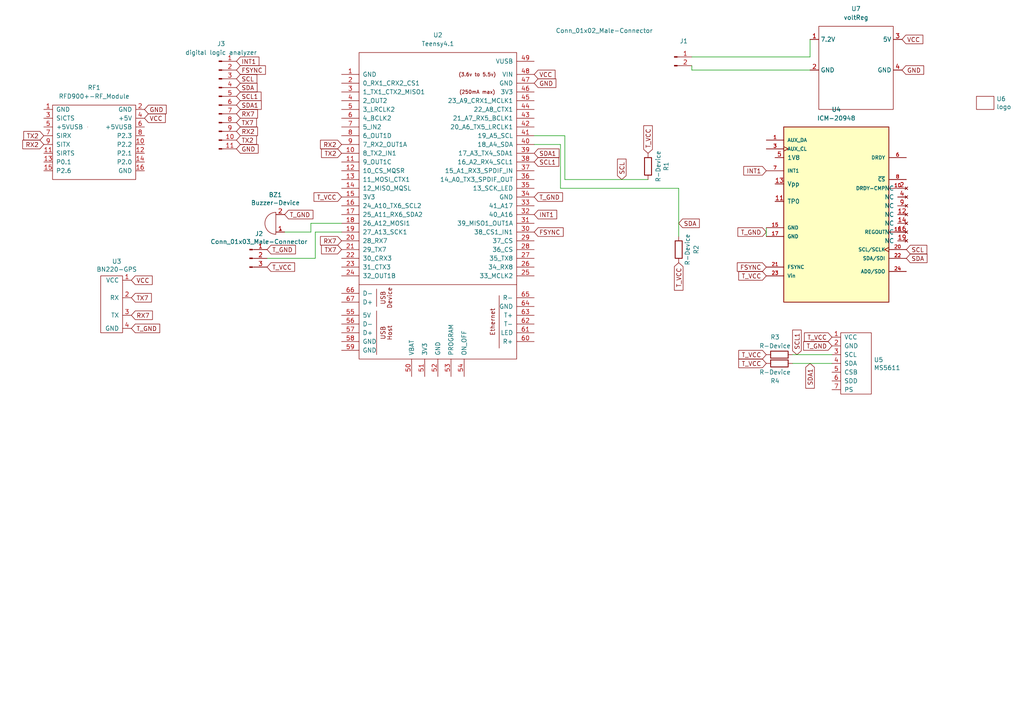
<source format=kicad_sch>
(kicad_sch (version 20211123) (generator eeschema)
  (paper "A4")
  (lib_symbols
    (symbol "Connector:Conn_01x11_Male" (pin_names (offset 1.016) hide)
      (property "Reference" "J" (at 0 15.24 0))
      (property "Value" "Conn_01x11_Male" (at 0 -15.24 0))
      (symbol "Conn_01x11_Male_1_1"
        (polyline (pts (xy 1.27 -12.7) (xy 0.8636 -12.7)) (stroke (width 0.1524)))
        (polyline (pts (xy 1.27 -10.16) (xy 0.8636 -10.16)) (stroke (width 0.1524)))
        (polyline (pts (xy 1.27 -7.62) (xy 0.8636 -7.62)) (stroke (width 0.1524)))
        (polyline (pts (xy 1.27 -5.08) (xy 0.8636 -5.08)) (stroke (width 0.1524)))
        (polyline (pts (xy 1.27 -2.54) (xy 0.8636 -2.54)) (stroke (width 0.1524)))
        (polyline (pts (xy 1.27 0) (xy 0.8636 0)) (stroke (width 0.1524)))
        (polyline (pts (xy 1.27 2.54) (xy 0.8636 2.54)) (stroke (width 0.1524)))
        (polyline (pts (xy 1.27 5.08) (xy 0.8636 5.08)) (stroke (width 0.1524)))
        (polyline (pts (xy 1.27 7.62) (xy 0.8636 7.62)) (stroke (width 0.1524)))
        (polyline (pts (xy 1.27 10.16) (xy 0.8636 10.16)) (stroke (width 0.1524)))
        (polyline (pts (xy 1.27 12.7) (xy 0.8636 12.7)) (stroke (width 0.1524)))
        (rectangle (start 0.8636 -12.573) (end 0 -12.827) (stroke (width 0.1524)) (fill (type outline)))
        (rectangle (start 0.8636 -10.033) (end 0 -10.287) (stroke (width 0.1524)) (fill (type outline)))
        (rectangle (start 0.8636 -7.493) (end 0 -7.747) (stroke (width 0.1524)) (fill (type outline)))
        (rectangle (start 0.8636 -4.953) (end 0 -5.207) (stroke (width 0.1524)) (fill (type outline)))
        (rectangle (start 0.8636 -2.413) (end 0 -2.667) (stroke (width 0.1524)) (fill (type outline)))
        (rectangle (start 0.8636 0.127) (end 0 -0.127) (stroke (width 0.1524)) (fill (type outline)))
        (rectangle (start 0.8636 2.667) (end 0 2.413) (stroke (width 0.1524)) (fill (type outline)))
        (rectangle (start 0.8636 5.207) (end 0 4.953) (stroke (width 0.1524)) (fill (type outline)))
        (rectangle (start 0.8636 7.747) (end 0 7.493) (stroke (width 0.1524)) (fill (type outline)))
        (rectangle (start 0.8636 10.287) (end 0 10.033) (stroke (width 0.1524)) (fill (type outline)))
        (rectangle (start 0.8636 12.827) (end 0 12.573) (stroke (width 0.1524)) (fill (type outline)))
        (pin passive line (at 5.08 12.7 180) (length 3.81) (name "Pin_1") (number "1"))
        (pin passive line (at 5.08 -10.16 180) (length 3.81) (name "Pin_10") (number "10"))
        (pin passive line (at 5.08 -12.7 180) (length 3.81) (name "Pin_11") (number "11"))
        (pin passive line (at 5.08 10.16 180) (length 3.81) (name "Pin_2") (number "2"))
        (pin passive line (at 5.08 7.62 180) (length 3.81) (name "Pin_3") (number "3"))
        (pin passive line (at 5.08 5.08 180) (length 3.81) (name "Pin_4") (number "4"))
        (pin passive line (at 5.08 2.54 180) (length 3.81) (name "Pin_5") (number "5"))
        (pin passive line (at 5.08 0 180) (length 3.81) (name "Pin_6") (number "6"))
        (pin passive line (at 5.08 -2.54 180) (length 3.81) (name "Pin_7") (number "7"))
        (pin passive line (at 5.08 -5.08 180) (length 3.81) (name "Pin_8") (number "8"))
        (pin passive line (at 5.08 -7.62 180) (length 3.81) (name "Pin_9") (number "9"))
      )
    )
    (symbol "parts:BN220-GPS" (pin_names (offset 1.016))
      (property "Reference" "U" (at -8.89 -10.16 0))
      (property "Value" "BN220-GPS" (at -7.62 7.62 0))
      (symbol "BN220-GPS_0_1"
        (rectangle (start -7.62 3.81) (end 8.89 -2.54))
      )
      (symbol "BN220-GPS_1_1"
        (pin input line (at 7.62 -5.08 90) (length 2.54) (name "VCC") (number "1"))
        (pin bidirectional line (at 2.54 -5.08 90) (length 2.54) (name "RX") (number "2"))
        (pin bidirectional line (at -2.54 -5.08 90) (length 2.54) (name "TX") (number "3"))
        (pin power_in line (at -6.35 -5.08 90) (length 2.54) (name "GND") (number "4"))
      )
    )
    (symbol "parts:ICM-20948 " (pin_names (offset 1.016))
      (property "Reference" "U" (at -15.24 18.415 0))
      (property "Value" "ICM-20948 " (at -3.81 -38.1 0))
      (symbol "ICM-20948 _0_0"
        (rectangle (start -15.24 17.78) (end 15.24 -33.02) (stroke (width 0.254)) (fill (type background)))
        (pin bidirectional line (at -20.32 13.97 0) (length 5.08) (name "AUX_DA") (number "1"))
        (pin output line (at 20.32 0 180) (length 5.08) (name "DRDY-CMP") (number "10"))
        (pin power_in line (at -17.78 -3.81 0) (length 2.54) (name "TP0") (number "11"))
        (pin no_connect line (at 20.32 -7.62 180) (length 2.54) (name "NC") (number "12"))
        (pin power_in line (at -17.78 1.27 0) (length 2.54) (name "Vpp") (number "13"))
        (pin no_connect line (at 20.32 -10.16 180) (length 2.54) (name "NC") (number "14"))
        (pin power_in line (at -20.32 -11.43 0) (length 5.08) (name "GND") (number "15"))
        (pin no_connect line (at 20.32 -12.7 180) (length 2.54) (name "NC") (number "16"))
        (pin power_in line (at -20.32 -13.97 0) (length 5.08) (name "GND") (number "17"))
        (pin output line (at 20.32 -12.7 180) (length 5.08) (name "REGOUT") (number "18"))
        (pin no_connect line (at 20.32 -15.24 180) (length 2.54) (name "NC") (number "19"))
        (pin no_connect line (at 20.32 0 180) (length 2.54) (name "NC") (number "2"))
        (pin input clock (at 20.32 -17.78 180) (length 5.08) (name "SCL/SCLK") (number "20"))
        (pin input line (at -20.32 -22.86 0) (length 5.08) (name "FSYNC") (number "21"))
        (pin bidirectional line (at 20.32 -20.32 180) (length 5.08) (name "SDA/SDI") (number "22"))
        (pin power_in line (at -20.32 -25.4 0) (length 5.08) (name "Vin") (number "23"))
        (pin bidirectional line (at 20.32 -24.13 180) (length 5.08) (name "AD0/SDO") (number "24"))
        (pin input clock (at -20.32 11.43 0) (length 5.08) (name "AUX_CL") (number "3"))
        (pin no_connect line (at 20.32 -2.54 180) (length 2.54) (name "NC") (number "4"))
        (pin power_in line (at -17.78 8.89 0) (length 2.54) (name "1V8") (number "5"))
        (pin output line (at 20.32 8.89 180) (length 5.08) (name "DRDY") (number "6"))
        (pin output line (at -20.32 5.08 0) (length 5.08) (name "INT1") (number "7"))
        (pin input line (at 20.32 2.54 180) (length 5.08) (name "~{CS}") (number "8"))
        (pin no_connect line (at 20.32 -5.08 180) (length 2.54) (name "NC") (number "9"))
      )
    )
    (symbol "parts:MS5611" (pin_names (offset 1.016))
      (property "Reference" "U" (at 0 0 0))
      (property "Value" "MS5611" (at 0 0 0))
      (symbol "MS5611_0_1"
        (rectangle (start -8.89 12.7) (end 8.89 3.81))
      )
      (symbol "MS5611_1_1"
        (pin input line (at 7.62 15.24 270) (length 2.54) (name "VCC") (number "1"))
        (pin input line (at 5.08 15.24 270) (length 2.54) (name "GND") (number "2"))
        (pin input line (at 2.54 15.24 270) (length 2.54) (name "SCL") (number "3"))
        (pin input line (at 0 15.24 270) (length 2.54) (name "SDA") (number "4"))
        (pin input line (at -2.54 15.24 270) (length 2.54) (name "CSB") (number "5"))
        (pin input line (at -5.08 15.24 270) (length 2.54) (name "SDD") (number "6"))
        (pin input line (at -7.62 15.24 270) (length 2.54) (name "PS") (number "7"))
      )
    )
    (symbol "parts:RFD900+-RF_Module" (pin_names (offset 1.016))
      (property "Reference" "RF1" (at 0 5.08 0))
      (property "Value" "RFD900+-RF_Module" (at 1.27 2.54 0))
      (symbol "RFD900+-RF_Module_0_1"
        (rectangle (start -3.81 1.27) (end 20.32 -20.32))
        (rectangle (start 6.35 -5.08) (end 6.35 -5.08))
      )
      (symbol "RFD900+-RF_Module_1_1"
        (pin power_in line (at -6.35 0 0) (length 2.54) (name "GND") (number "1"))
        (pin input line (at 22.86 -10.16 180) (length 2.54) (name "P2.2") (number "10"))
        (pin input line (at -6.35 -12.7 0) (length 2.54) (name "SIRTS") (number "11"))
        (pin input line (at 22.86 -12.7 180) (length 2.54) (name "P2.1") (number "12"))
        (pin input line (at -6.35 -15.24 0) (length 2.54) (name "P0.1") (number "13"))
        (pin input line (at 22.86 -15.24 180) (length 2.54) (name "P2.0") (number "14"))
        (pin input line (at -6.35 -17.78 0) (length 2.54) (name "P2.6") (number "15"))
        (pin power_in line (at 22.86 -17.78 180) (length 2.54) (name "GND") (number "16"))
        (pin power_in line (at 22.86 0 180) (length 2.54) (name "GND") (number "2"))
        (pin input line (at -6.35 -2.54 0) (length 2.54) (name "SICTS") (number "3"))
        (pin power_in line (at 22.86 -2.54 180) (length 2.54) (name "+5V") (number "4"))
        (pin power_in line (at -6.35 -5.08 0) (length 2.54) (name "+5VUSB") (number "5"))
        (pin power_in line (at 22.86 -5.08 180) (length 2.54) (name "+5VUSB") (number "6"))
        (pin bidirectional line (at -6.35 -7.62 0) (length 2.54) (name "SIRX") (number "7"))
        (pin input line (at 22.86 -7.62 180) (length 2.54) (name "P2.3") (number "8"))
        (pin bidirectional line (at -6.35 -10.16 0) (length 2.54) (name "SITX") (number "9"))
      )
    )
    (symbol "parts:voltReg"
      (property "Reference" "U" (at -17.78 -12.7 0))
      (property "Value" "voltReg" (at -1.27 -13.97 0))
      (symbol "voltReg_0_1"
        (rectangle (start -10.16 11.43) (end 11.43 -12.7))
      )
      (symbol "voltReg_1_1"
        (pin power_in line (at -12.7 7.62 0) (length 2.54) (name "7.2V") (number "1"))
        (pin power_in line (at -12.7 -1.27 0) (length 2.54) (name "GND") (number "2"))
        (pin power_out line (at 13.97 7.62 180) (length 2.54) (name "5V") (number "3"))
        (pin power_out line (at 13.97 -1.27 180) (length 2.54) (name "GND") (number "4"))
      )
    )
    (symbol "rrc_pcb-rescue:Buzzer-Device" (pin_names (offset 0.0254) hide)
      (property "Reference" "BZ" (at 3.81 1.27 0))
      (property "Value" "Buzzer-Device" (at 3.81 -1.27 0))
      (symbol "Buzzer-Device_0_1"
        (arc (start 0 -3.175) (mid 3.175 0) (end 0 3.175))
        (polyline (pts (xy -1.651 1.905) (xy -1.143 1.905)))
        (polyline (pts (xy -1.397 2.159) (xy -1.397 1.651)))
        (polyline (pts (xy 0 3.175) (xy 0 -3.175)))
      )
      (symbol "Buzzer-Device_1_1"
        (pin passive line (at -2.54 2.54 0) (length 2.54) (name "-") (number "1"))
        (pin passive line (at -2.54 -2.54 0) (length 2.54) (name "+") (number "2"))
      )
    )
    (symbol "rrc_pcb-rescue:Conn_01x02_Male-Connector" (pin_names (offset 1.016) hide)
      (property "Reference" "J" (at 0 2.54 0))
      (property "Value" "Conn_01x02_Male-Connector" (at 0 -5.08 0))
      (symbol "Conn_01x02_Male-Connector_1_1"
        (polyline (pts (xy 1.27 -2.54) (xy 0.8636 -2.54)) (stroke (width 0.1524)))
        (polyline (pts (xy 1.27 0) (xy 0.8636 0)) (stroke (width 0.1524)))
        (rectangle (start 0.8636 -2.413) (end 0 -2.667) (stroke (width 0.1524)) (fill (type outline)))
        (rectangle (start 0.8636 0.127) (end 0 -0.127) (stroke (width 0.1524)) (fill (type outline)))
        (pin passive line (at 5.08 0 180) (length 3.81) (name "Pin_1") (number "1"))
        (pin passive line (at 5.08 -2.54 180) (length 3.81) (name "Pin_2") (number "2"))
      )
    )
    (symbol "rrc_pcb-rescue:Conn_01x03_Male-Connector" (pin_names (offset 1.016) hide)
      (property "Reference" "J" (at 0 5.08 0))
      (property "Value" "Conn_01x03_Male-Connector" (at 0 -5.08 0))
      (symbol "Conn_01x03_Male-Connector_1_1"
        (polyline (pts (xy 1.27 -2.54) (xy 0.8636 -2.54)) (stroke (width 0.1524)))
        (polyline (pts (xy 1.27 0) (xy 0.8636 0)) (stroke (width 0.1524)))
        (polyline (pts (xy 1.27 2.54) (xy 0.8636 2.54)) (stroke (width 0.1524)))
        (rectangle (start 0.8636 -2.413) (end 0 -2.667) (stroke (width 0.1524)) (fill (type outline)))
        (rectangle (start 0.8636 0.127) (end 0 -0.127) (stroke (width 0.1524)) (fill (type outline)))
        (rectangle (start 0.8636 2.667) (end 0 2.413) (stroke (width 0.1524)) (fill (type outline)))
        (pin passive line (at 5.08 2.54 180) (length 3.81) (name "Pin_1") (number "1"))
        (pin passive line (at 5.08 0 180) (length 3.81) (name "Pin_2") (number "2"))
        (pin passive line (at 5.08 -2.54 180) (length 3.81) (name "Pin_3") (number "3"))
      )
    )
    (symbol "rrc_pcb-rescue:R-Device" (pin_numbers hide) (pin_names (offset 0))
      (property "Reference" "R" (at 2.032 0 90))
      (property "Value" "R-Device" (at 0 0 90))
      (symbol "R-Device_0_1"
        (rectangle (start -1.016 -2.54) (end 1.016 2.54) (stroke (width 0.254)))
      )
      (symbol "R-Device_1_1"
        (pin passive line (at 0 3.81 270) (length 1.27) (name "~") (number "1"))
        (pin passive line (at 0 -3.81 90) (length 1.27) (name "~") (number "2"))
      )
    )
    (symbol "rrc_pcb-rescue:logo" (pin_names (offset 1.016))
      (property "Reference" "U" (at 1.27 2.54 0))
      (property "Value" "logo" (at -2.54 2.54 0))
      (symbol "logo_0_1"
        (rectangle (start -2.54 1.27) (end 2.54 -2.54))
      )
    )
    (symbol "teensy:Teensy4.1" (pin_names (offset 1.016))
      (property "Reference" "U" (at 0 64.77 0))
      (property "Value" "Teensy4.1" (at 0 62.23 0))
      (symbol "Teensy4.1_0_0"
        (polyline (pts (xy -22.86 -6.35) (xy 22.86 -6.35)))
        (polyline (pts (xy -17.78 -26.67) (xy -17.78 -13.97)))
        (polyline (pts (xy -17.78 -7.62) (xy -17.78 -12.7)))
        (polyline (pts (xy 17.78 -9.525) (xy 17.78 -24.765)))
        (text "(250mA max)" (at 11.43 49.53 0) (effects (font (size 1.016 1.016))))
        (text "(3.6v to 5.5v)" (at 11.43 54.61 0) (effects (font (size 1.016 1.016))))
        (text "Device" (at -13.97 -10.16 900) (effects (font (size 1.27 1.27))))
        (text "Ethernet" (at 15.875 -17.145 900) (effects (font (size 1.27 1.27))))
        (text "Host" (at -13.97 -20.32 900) (effects (font (size 1.27 1.27))))
        (text "USB" (at -15.875 -20.32 900) (effects (font (size 1.27 1.27))))
        (text "USB" (at -15.875 -10.16 900) (effects (font (size 1.27 1.27))))
        (pin bidirectional line (at -27.94 31.75 0) (length 5.08) (name "8_TX2_IN1") (number "10"))
        (pin bidirectional line (at -27.94 29.21 0) (length 5.08) (name "9_OUT1C") (number "11"))
        (pin bidirectional line (at -27.94 26.67 0) (length 5.08) (name "10_CS_MQSR") (number "12"))
        (pin bidirectional line (at -27.94 24.13 0) (length 5.08) (name "11_MOSI_CTX1") (number "13"))
        (pin bidirectional line (at -27.94 21.59 0) (length 5.08) (name "12_MISO_MQSL") (number "14"))
        (pin power_in line (at -27.94 19.05 0) (length 5.08) (name "3V3") (number "15"))
        (pin bidirectional line (at -27.94 16.51 0) (length 5.08) (name "24_A10_TX6_SCL2") (number "16"))
        (pin bidirectional line (at -27.94 13.97 0) (length 5.08) (name "25_A11_RX6_SDA2") (number "17"))
        (pin bidirectional line (at -27.94 11.43 0) (length 5.08) (name "26_A12_MOSI1") (number "18"))
        (pin bidirectional line (at -27.94 8.89 0) (length 5.08) (name "27_A13_SCK1") (number "19"))
        (pin bidirectional line (at -27.94 6.35 0) (length 5.08) (name "28_RX7") (number "20"))
        (pin bidirectional line (at -27.94 3.81 0) (length 5.08) (name "29_TX7") (number "21"))
        (pin bidirectional line (at -27.94 1.27 0) (length 5.08) (name "30_CRX3") (number "22"))
        (pin bidirectional line (at -27.94 -1.27 0) (length 5.08) (name "31_CTX3") (number "23"))
        (pin bidirectional line (at -27.94 -3.81 0) (length 5.08) (name "32_OUT1B") (number "24"))
        (pin bidirectional line (at 27.94 -3.81 180) (length 5.08) (name "33_MCLK2") (number "25"))
        (pin bidirectional line (at 27.94 -1.27 180) (length 5.08) (name "34_RX8") (number "26"))
        (pin bidirectional line (at 27.94 1.27 180) (length 5.08) (name "35_TX8") (number "27"))
        (pin bidirectional line (at 27.94 3.81 180) (length 5.08) (name "36_CS") (number "28"))
        (pin bidirectional line (at 27.94 6.35 180) (length 5.08) (name "37_CS") (number "29"))
        (pin bidirectional line (at 27.94 8.89 180) (length 5.08) (name "38_CS1_IN1") (number "30"))
        (pin bidirectional line (at 27.94 11.43 180) (length 5.08) (name "39_MISO1_OUT1A") (number "31"))
        (pin bidirectional line (at 27.94 13.97 180) (length 5.08) (name "40_A16") (number "32"))
        (pin bidirectional line (at 27.94 16.51 180) (length 5.08) (name "41_A17") (number "33"))
        (pin bidirectional line (at 27.94 21.59 180) (length 5.08) (name "13_SCK_LED") (number "35"))
        (pin bidirectional line (at 27.94 24.13 180) (length 5.08) (name "14_A0_TX3_SPDIF_OUT") (number "36"))
        (pin bidirectional line (at 27.94 26.67 180) (length 5.08) (name "15_A1_RX3_SPDIF_IN") (number "37"))
        (pin bidirectional line (at 27.94 29.21 180) (length 5.08) (name "16_A2_RX4_SCL1") (number "38"))
        (pin bidirectional line (at 27.94 31.75 180) (length 5.08) (name "17_A3_TX4_SDA1") (number "39"))
        (pin bidirectional line (at 27.94 34.29 180) (length 5.08) (name "18_A4_SDA") (number "40"))
        (pin bidirectional line (at 27.94 36.83 180) (length 5.08) (name "19_A5_SCL") (number "41"))
        (pin bidirectional line (at 27.94 39.37 180) (length 5.08) (name "20_A6_TX5_LRCLK1") (number "42"))
        (pin bidirectional line (at 27.94 41.91 180) (length 5.08) (name "21_A7_RX5_BCLK1") (number "43"))
        (pin bidirectional line (at 27.94 44.45 180) (length 5.08) (name "22_A8_CTX1") (number "44"))
        (pin bidirectional line (at 27.94 46.99 180) (length 5.08) (name "23_A9_CRX1_MCLK1") (number "45"))
        (pin output line (at 27.94 49.53 180) (length 5.08) (name "3V3") (number "46"))
        (pin output line (at 27.94 52.07 180) (length 5.08) (name "GND") (number "47"))
        (pin power_in line (at 27.94 54.61 180) (length 5.08) (name "VIN") (number "48"))
        (pin power_out line (at 27.94 58.42 180) (length 5.08) (name "VUSB") (number "49"))
        (pin bidirectional line (at -27.94 44.45 0) (length 5.08) (name "3_LRCLK2") (number "5"))
        (pin power_in line (at -7.62 -33.02 90) (length 5.08) (name "VBAT") (number "50"))
        (pin power_in line (at -3.81 -33.02 90) (length 5.08) (name "3V3") (number "51"))
        (pin input line (at 0 -33.02 90) (length 5.08) (name "GND") (number "52"))
        (pin input line (at 3.81 -33.02 90) (length 5.08) (name "PROGRAM") (number "53"))
        (pin input line (at 7.62 -33.02 90) (length 5.08) (name "ON_OFF") (number "54"))
        (pin power_out line (at -27.94 -15.24 0) (length 5.08) (name "5V") (number "55"))
        (pin bidirectional line (at -27.94 -17.78 0) (length 5.08) (name "D-") (number "56"))
        (pin bidirectional line (at -27.94 -20.32 0) (length 5.08) (name "D+") (number "57"))
        (pin power_in line (at -27.94 -22.86 0) (length 5.08) (name "GND") (number "58"))
        (pin power_in line (at -27.94 -25.4 0) (length 5.08) (name "GND") (number "59"))
        (pin bidirectional line (at -27.94 41.91 0) (length 5.08) (name "4_BCLK2") (number "6"))
        (pin bidirectional line (at 27.94 -22.86 180) (length 5.08) (name "R+") (number "60"))
        (pin bidirectional line (at 27.94 -20.32 180) (length 5.08) (name "LED") (number "61"))
        (pin bidirectional line (at 27.94 -17.78 180) (length 5.08) (name "T-") (number "62"))
        (pin bidirectional line (at 27.94 -15.24 180) (length 5.08) (name "T+") (number "63"))
        (pin power_in line (at 27.94 -12.7 180) (length 5.08) (name "GND") (number "64"))
        (pin bidirectional line (at 27.94 -10.16 180) (length 5.08) (name "R-") (number "65"))
        (pin bidirectional line (at -27.94 -8.89 0) (length 5.08) (name "D-") (number "66"))
        (pin bidirectional line (at -27.94 -11.43 0) (length 5.08) (name "D+") (number "67"))
        (pin bidirectional line (at -27.94 39.37 0) (length 5.08) (name "5_IN2") (number "7"))
        (pin bidirectional line (at -27.94 36.83 0) (length 5.08) (name "6_OUT1D") (number "8"))
        (pin bidirectional line (at -27.94 34.29 0) (length 5.08) (name "7_RX2_OUT1A") (number "9"))
      )
      (symbol "Teensy4.1_0_1"
        (rectangle (start -22.86 60.96) (end 22.86 -27.94))
        (rectangle (start -20.32 -1.27) (end -20.32 -1.27))
      )
      (symbol "Teensy4.1_1_1"
        (pin power_in line (at -27.94 54.61 0) (length 5.08) (name "GND") (number "1"))
        (pin bidirectional line (at -27.94 52.07 0) (length 5.08) (name "0_RX1_CRX2_CS1") (number "2"))
        (pin bidirectional line (at -27.94 49.53 0) (length 5.08) (name "1_TX1_CTX2_MISO1") (number "3"))
        (pin power_in line (at 27.94 19.05 180) (length 5.08) (name "GND") (number "34"))
        (pin bidirectional line (at -27.94 46.99 0) (length 5.08) (name "2_OUT2") (number "4"))
      )
    )
  )
  (wire (pts (xy 241.3 105.41) (xy 229.87 105.41)))
  (wire (pts (xy 162.56 54.61) (xy 196.85 54.61)))
  (wire (pts (xy 163.83 39.37) (xy 154.94 39.37)))
  (wire (pts (xy 241.3 102.87) (xy 229.87 102.87)))
  (wire (pts (xy 200.66 16.51) (xy 234.95 16.51)))
  (wire (pts (xy 77.47 74.93) (xy 91.44 74.93)))
  (wire (pts (xy 200.66 20.32) (xy 200.66 19.05)))
  (wire (pts (xy 163.83 52.07) (xy 187.96 52.07)))
  (wire (pts (xy 90.17 67.31) (xy 90.17 64.77)))
  (wire (pts (xy 196.85 54.61) (xy 196.85 68.58)))
  (wire (pts (xy 91.44 67.31) (xy 99.06 67.31)))
  (wire (pts (xy 91.44 74.93) (xy 91.44 67.31)))
  (wire (pts (xy 163.83 52.07) (xy 163.83 39.37)))
  (wire (pts (xy 234.95 20.32) (xy 200.66 20.32)))
  (wire (pts (xy 162.56 41.91) (xy 154.94 41.91)))
  (wire (pts (xy 234.95 16.51) (xy 234.95 11.43)))
  (wire (pts (xy 82.55 67.31) (xy 90.17 67.31)))
  (wire (pts (xy 222.25 66.04) (xy 222.25 68.58)))
  (wire (pts (xy 90.17 64.77) (xy 99.06 64.77)))
  (wire (pts (xy 162.56 54.61) (xy 162.56 41.91)))
  (global_label "FSYNC" (shape input) (at 222.25 77.47 180) (property "Intersheet References" "${INTERSHEET_REFS}" (effects hide)))
  (global_label "TX7" (shape input) (at 68.58 35.56 0) (property "Intersheet References" "${INTERSHEET_REFS}" (effects hide)))
  (global_label "T_GND" (shape input) (at 222.25 67.31 180) (property "Intersheet References" "${INTERSHEET_REFS}" (effects hide)))
  (global_label "GND" (shape input) (at 68.58 43.18 0) (property "Intersheet References" "${INTERSHEET_REFS}" (effects hide)))
  (global_label "SDA" (shape input) (at 68.58 25.4 0) (property "Intersheet References" "${INTERSHEET_REFS}" (effects hide)))
  (global_label "FSYNC" (shape input) (at 68.58 20.32 0) (property "Intersheet References" "${INTERSHEET_REFS}" (effects hide)))
  (global_label "T_GND" (shape input) (at 77.47 72.39 0) (property "Intersheet References" "${INTERSHEET_REFS}" (effects hide)))
  (global_label "T_VCC" (shape input) (at 77.47 77.47 0) (property "Intersheet References" "${INTERSHEET_REFS}" (effects hide)))
  (global_label "FSYNC" (shape input) (at 154.94 67.31 0) (property "Intersheet References" "${INTERSHEET_REFS}" (effects hide)))
  (global_label "TX2" (shape input) (at 12.7 39.37 180) (property "Intersheet References" "${INTERSHEET_REFS}" (effects hide)))
  (global_label "GND" (shape input) (at 154.94 24.13 0) (property "Intersheet References" "${INTERSHEET_REFS}" (effects hide)))
  (global_label "VCC" (shape input) (at 154.94 21.59 0) (property "Intersheet References" "${INTERSHEET_REFS}" (effects hide)))
  (global_label "GND" (shape input) (at 261.62 20.32 0) (property "Intersheet References" "${INTERSHEET_REFS}" (effects hide)))
  (global_label "VCC" (shape input) (at 41.91 34.29 0) (property "Intersheet References" "${INTERSHEET_REFS}" (effects hide)))
  (global_label "T_VCC" (shape input) (at 222.25 80.01 180) (property "Intersheet References" "${INTERSHEET_REFS}" (effects hide)))
  (global_label "SCL1" (shape input) (at 68.58 27.94 0) (property "Intersheet References" "${INTERSHEET_REFS}" (effects hide)))
  (global_label "SCL1" (shape input) (at 154.94 46.99 0) (property "Intersheet References" "${INTERSHEET_REFS}" (effects hide)))
  (global_label "INT1" (shape input) (at 154.94 62.23 0) (property "Intersheet References" "${INTERSHEET_REFS}" (effects hide)))
  (global_label "SCL1" (shape input) (at 231.14 102.87 90) (property "Intersheet References" "${INTERSHEET_REFS}" (effects hide)))
  (global_label "INT1" (shape input) (at 222.25 49.53 180) (property "Intersheet References" "${INTERSHEET_REFS}" (effects hide)))
  (global_label "RX2" (shape input) (at 12.7 41.91 180) (property "Intersheet References" "${INTERSHEET_REFS}" (effects hide)))
  (global_label "T_VCC" (shape input) (at 241.3 97.79 180) (property "Intersheet References" "${INTERSHEET_REFS}" (effects hide)))
  (global_label "TX2" (shape input) (at 99.06 44.45 180) (property "Intersheet References" "${INTERSHEET_REFS}" (effects hide)))
  (global_label "RX7" (shape input) (at 68.58 33.02 0) (property "Intersheet References" "${INTERSHEET_REFS}" (effects hide)))
  (global_label "T_GND" (shape input) (at 38.1 95.25 0) (property "Intersheet References" "${INTERSHEET_REFS}" (effects hide)))
  (global_label "T_VCC" (shape input) (at 196.85 76.2 270) (property "Intersheet References" "${INTERSHEET_REFS}" (effects hide)))
  (global_label "T_GND" (shape input) (at 82.55 62.23 0) (property "Intersheet References" "${INTERSHEET_REFS}" (effects hide)))
  (global_label "SCL" (shape input) (at 68.58 22.86 0) (property "Intersheet References" "${INTERSHEET_REFS}" (effects hide)))
  (global_label "VCC" (shape input) (at 38.1 81.28 0) (property "Intersheet References" "${INTERSHEET_REFS}" (effects hide)))
  (global_label "TX2" (shape input) (at 68.58 40.64 0) (property "Intersheet References" "${INTERSHEET_REFS}" (effects hide)))
  (global_label "T_GND" (shape input) (at 241.3 100.33 180) (property "Intersheet References" "${INTERSHEET_REFS}" (effects hide)))
  (global_label "T_VCC" (shape input) (at 99.06 57.15 180) (property "Intersheet References" "${INTERSHEET_REFS}" (effects hide)))
  (global_label "SDA1" (shape input) (at 68.58 30.48 0) (property "Intersheet References" "${INTERSHEET_REFS}" (effects hide)))
  (global_label "T_VCC" (shape input) (at 222.25 102.87 180) (property "Intersheet References" "${INTERSHEET_REFS}" (effects hide)))
  (global_label "SDA" (shape input) (at 196.85 64.77 0) (property "Intersheet References" "${INTERSHEET_REFS}" (effects hide)))
  (global_label "RX2" (shape input) (at 68.58 38.1 0) (property "Intersheet References" "${INTERSHEET_REFS}" (effects hide)))
  (global_label "TX7" (shape input) (at 38.1 86.36 0) (property "Intersheet References" "${INTERSHEET_REFS}" (effects hide)))
  (global_label "SDA" (shape input) (at 262.89 74.93 0) (property "Intersheet References" "${INTERSHEET_REFS}" (effects hide)))
  (global_label "RX7" (shape input) (at 99.06 69.85 180) (property "Intersheet References" "${INTERSHEET_REFS}" (effects hide)))
  (global_label "TX7" (shape input) (at 99.06 72.39 180) (property "Intersheet References" "${INTERSHEET_REFS}" (effects hide)))
  (global_label "T_GND" (shape input) (at 154.94 57.15 0) (property "Intersheet References" "${INTERSHEET_REFS}" (effects hide)))
  (global_label "T_VCC" (shape input) (at 187.96 44.45 90) (property "Intersheet References" "${INTERSHEET_REFS}" (effects hide)))
  (global_label "INT1" (shape input) (at 68.58 17.78 0) (property "Intersheet References" "${INTERSHEET_REFS}" (effects hide)))
  (global_label "VCC" (shape input) (at 261.62 11.43 0) (property "Intersheet References" "${INTERSHEET_REFS}" (effects hide)))
  (global_label "RX7" (shape input) (at 38.1 91.44 0) (property "Intersheet References" "${INTERSHEET_REFS}" (effects hide)))
  (global_label "GND" (shape input) (at 41.91 31.75 0) (property "Intersheet References" "${INTERSHEET_REFS}" (effects hide)))
  (global_label "SDA1" (shape input) (at 234.95 105.41 270) (property "Intersheet References" "${INTERSHEET_REFS}" (effects hide)))
  (global_label "SDA1" (shape input) (at 154.94 44.45 0) (property "Intersheet References" "${INTERSHEET_REFS}" (effects hide)))
  (global_label "SCL" (shape input) (at 180.34 52.07 90) (property "Intersheet References" "${INTERSHEET_REFS}" (effects hide)))
  (global_label "T_VCC" (shape input) (at 222.25 105.41 180) (property "Intersheet References" "${INTERSHEET_REFS}" (effects hide)))
  (global_label "RX2" (shape input) (at 99.06 41.91 180) (property "Intersheet References" "${INTERSHEET_REFS}" (effects hide)))
  (global_label "SCL" (shape input) (at 262.89 72.39 0) (property "Intersheet References" "${INTERSHEET_REFS}" (effects hide)))
  (symbol (lib_id "parts:MS5611") (at 256.54 105.41 90) (unit 1)
    (property "Reference" "U5" (at 253.4412 104.3686 90) (effects (justify right)))
    (property "Value" "MS5611" (at 253.4412 106.68 90) (effects (justify right)))
    (property "Footprint" "ms5611:1x07" (effects hide))
  )
  (symbol (lib_id "parts:BN220-GPS") (at 33.02 88.9 90) (unit 1)
    (property "Reference" "U3" (at 33.8582 75.819 90))
    (property "Value" "BN220-GPS" (at 33.8582 78.1304 90))
    (property "Footprint" "bn220_gps:BN220" (effects hide))
  )
  (symbol (lib_id "rrc_pcb-rescue:R-Device") (at 226.06 105.41 270) (unit 1)
    (property "Reference" "R4" (at 224.79 110.49 90))
    (property "Value" "R-Device" (at 224.79 107.95 90))
    (property "Footprint" "Resistor_THT:R_Axial_DIN0207_L6.3mm_D2.5mm_P10.16mm_Horizontal" (effects hide))
  )
  (symbol (lib_id "rrc_pcb-rescue:R-Device") (at 226.06 102.87 270) (unit 1)
    (property "Reference" "R3" (at 224.79 97.79 90))
    (property "Value" "R-Device" (at 224.79 100.33 90))
    (property "Footprint" "Resistor_THT:R_Axial_DIN0207_L6.3mm_D2.5mm_P10.16mm_Horizontal" (effects hide))
  )
  (symbol (lib_id "rrc_pcb-rescue:R-Device") (at 187.96 48.26 180) (unit 1)
    (property "Reference" "R1" (at 193.2178 48.26 90))
    (property "Value" "R-Device" (at 190.9064 48.26 90))
    (property "Footprint" "Resistor_THT:R_Axial_DIN0207_L6.3mm_D2.5mm_P10.16mm_Horizontal" (effects hide))
  )
  (symbol (lib_id "rrc_pcb-rescue:R-Device") (at 196.85 72.39 0) (unit 1)
    (property "Reference" "R2" (at 201.93 72.39 90))
    (property "Value" "R-Device" (at 199.39 72.39 90))
    (property "Footprint" "Resistor_THT:R_Axial_DIN0207_L6.3mm_D2.5mm_P10.16mm_Horizontal" (effects hide))
  )
  (symbol (lib_id "rrc_pcb-rescue:Conn_01x02_Male-Connector") (at 195.58 16.51 0) (unit 1)
    (property "Reference" "J1" (at 198.3232 11.9126 0))
    (property "Value" "Conn_01x02_Male-Connector" (at 175.26 8.89 0))
    (property "Footprint" "Connector_AMASS:AMASS_XT30U-F_1x02_P5.0mm_Vertical" (effects hide))
  )
  (symbol (lib_id "rrc_pcb-rescue:Buzzer-Device") (at 80.01 64.77 180) (unit 1)
    (property "Reference" "BZ1" (at 79.883 56.515 0))
    (property "Value" "Buzzer-Device" (at 79.883 58.8264 0))
    (property "Footprint" "Buzzer_Beeper:Buzzer_12x9.5RM7.6" (effects hide))
  )
  (symbol (lib_id "rrc_pcb-rescue:logo") (at 285.75 29.21 0) (unit 1)
    (property "Reference" "U6" (at 289.0012 28.6766 0) (effects (justify left)))
    (property "Value" "logo" (at 289.0012 30.988 0) (effects (justify left)))
    (property "Footprint" "logo:RRC_logo" (effects hide))
  )
  (symbol (lib_id "rrc_pcb-rescue:Conn_01x03_Male-Connector") (at 72.39 74.93 0) (unit 1)
    (property "Reference" "J2" (at 75.1332 67.7926 0))
    (property "Value" "Conn_01x03_Male-Connector" (at 75.1332 70.104 0))
    (property "Footprint" "Connector_PinHeader_2.54mm:PinHeader_1x11_P2.54mm_Vertical" (effects hide))
  )
  (symbol (lib_id "parts:voltReg") (at 247.65 19.05 0) (unit 1)
    (property "Reference" "U7" (at 248.285 2.54 0))
    (property "Value" "voltReg" (at 248.285 5.08 0))
    (property "Footprint" "VoltReg:voltReg" (effects hide))
  )
  (symbol (lib_id "parts:ICM-20948 ") (at 242.57 54.61 0) (unit 1)
    (property "Reference" "U4" (at 242.57 31.75 0))
    (property "Value" "ICM-20948 " (at 242.57 34.29 0))
    (property "Footprint" "icm20948:icm20948" (effects hide))
    (property "MANUFACTURER" "TDK InvenSense" (effects hide))
  )
  (symbol (lib_id "Connector:Conn_01x11_Male") (at 63.5 30.48 0) (unit 1)
    (property "Reference" "J3" (at 64.135 12.7 0))
    (property "Value" "digital logic analyzer" (at 64.135 15.24 0))
    (property "Footprint" "Connector_PinHeader_2.54mm:digital_logic_analyzer" (effects hide))
  )
  (symbol (lib_id "teensy:Teensy4.1") (at 127 76.2 0) (unit 1)
    (property "Reference" "U2" (at 127 10.16 0))
    (property "Value" "Teensy4.1" (at 127 12.7 0))
    (property "Footprint" "teensy:Teensy41" (effects hide))
  )
  (symbol (lib_id "parts:RFD900+-RF_Module") (at 19.05 31.75 0) (unit 1)
    (property "Reference" "RF1" (at 27.305 25.4 0))
    (property "Value" "RFD900+-RF_Module" (at 27.305 27.94 0))
    (property "Footprint" "rfd900+:RFD900+" (effects hide))
  )
)
</source>
